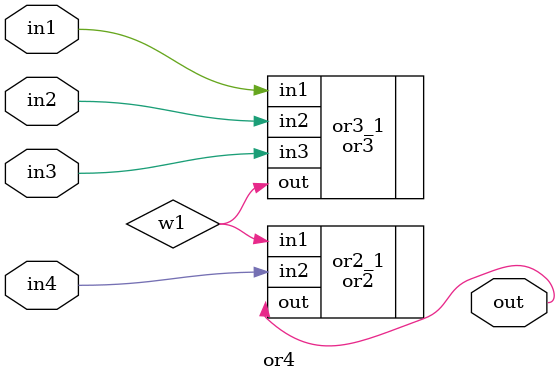
<source format=v>
`default_nettype none
module or4 (out, in1, in2, in3, in4);
    output wire out;
    input wire in1, in2, in3, in4;

    wire w1;

    or3 or3_1(.out(w1), .in1(in1), .in2(in2), .in3(in3));
    or2 or2_1(.out(out), .in1(w1), .in2(in4));
endmodule
`default_nettype wire

</source>
